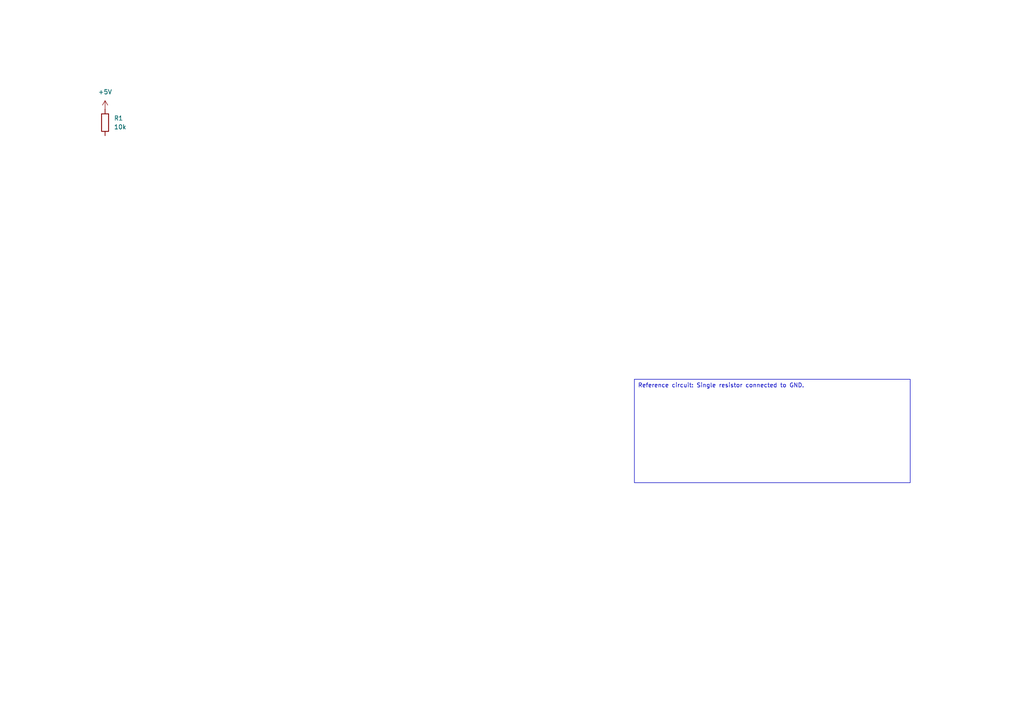
<source format=kicad_sch>
(kicad_sch (version 20250114) (generator "eeschema") (generator_version "9.0")
  (paper "A4")
  (title_block (title "reference_gnd"))
  (lib_symbols
    (symbol "Device:R" (pin_numbers (hide yes)) (pin_names (offset 0))
      (property "Reference" "R" (at 2.032 0 90))
      (property "Value" "R" (at 0 0 90))
      (symbol "R_0_1"
        (rectangle (start -1.016 -2.54) (end 1.016 2.54) (stroke (width 0.254)))
      )
      (symbol "R_1_1"
        (pin passive line (at 0 3.81 270) (length 1.27) (name "~") (number "1"))
        (pin passive line (at 0 -3.81 90) (length 1.27) (name "~") (number "2"))
      )
    )
    (symbol "power:+5V" (power) (pin_numbers (hide yes)) (pin_names (offset 0) (hide yes))
      (property "Value" "+5V" (at 0 3.556 0))
      (symbol "+5V_0_1"
        (polyline (pts (xy -0.762 1.27) (xy 0 2.54)))
        (polyline (pts (xy 0 2.54) (xy 0.762 1.27)))
        (polyline (pts (xy 0 0) (xy 0 2.54)))
      )
      (symbol "+5V_1_1"
        (pin power_in line (at 0 0 90) (length 0) (name "~") (number "1"))
      )
    )
  )
  (text_box "Reference circuit: Single resistor connected to GND." (at 184 110 0) (size 80 30) (margins 1 1 1 1) (effects (font (size 1.2 1.2)) (justify left top)))
  (symbol (lib_id "Device:R") (at 30.48 35.56 0) (unit 1)
    (property "Reference" "R1" (at 33.02 34.2899 0) (effects (justify left)))
    (property "Value" "10k" (at 33.02 36.8299 0) (effects (justify left)))
    (property "Footprint" "Resistor_SMD:R_0603_1608Metric" (effects (hide yes)))
    (property "hierarchy_path" "/cf37708f-c326-41b4-b589-ebf4fc07662c" (effects (hide yes)))
    (property "project_name" "reference_gnd" (effects (hide yes)))
    (property "root_uuid" "cf37708f-c326-41b4-b589-ebf4fc07662c" (effects (hide yes)))
  )
  (symbol (lib_id "power:+5V") (at 30.48 31.75 0) (unit 1)
    (property "Reference" "#PWR01" (effects (hide yes)))
    (property "Value" "+5V" (at 30.48 26.67 0))
    (property "Description" "Power symbol creates a global label with name \"+5V\"" (effects (hide yes)))
  )
)
</source>
